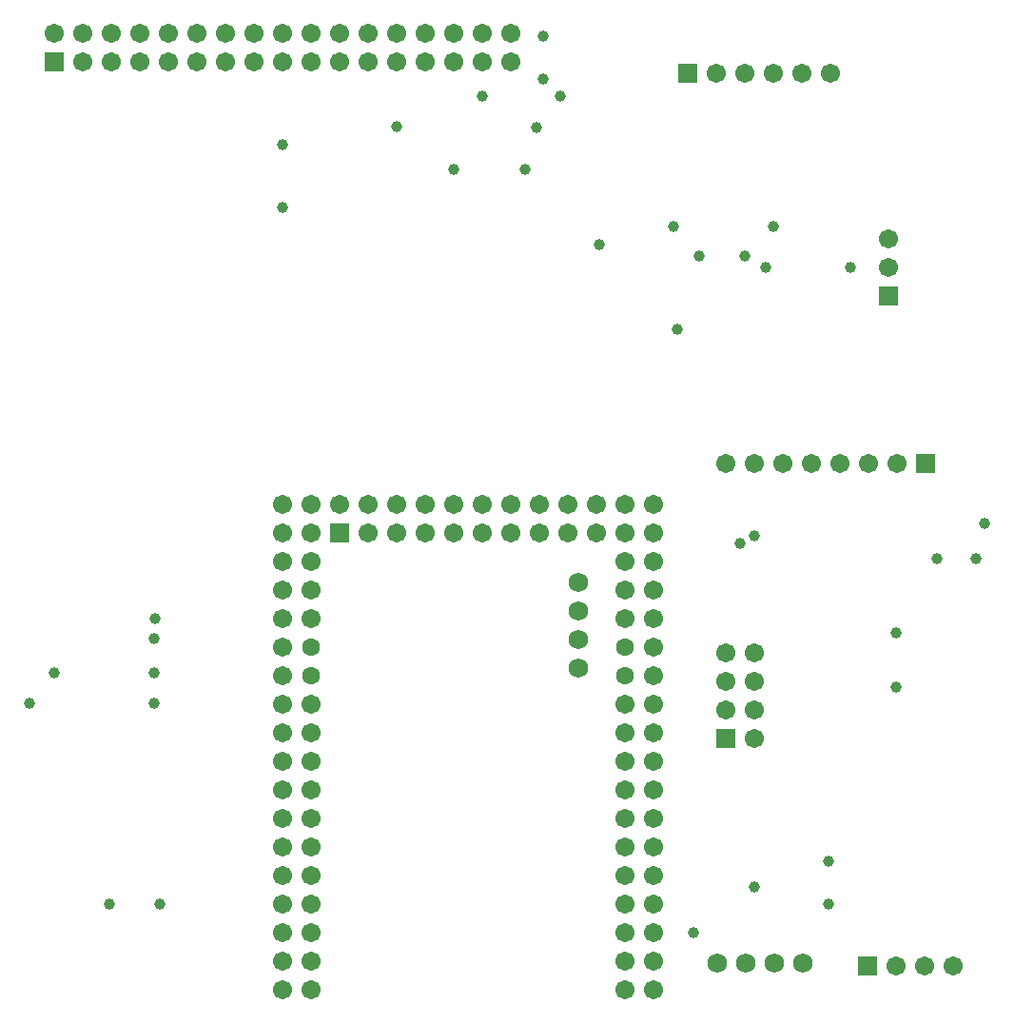
<source format=gts>
G04 Layer_Color=8388736*
%FSLAX25Y25*%
%MOIN*%
G70*
G01*
G75*
%ADD19C,0.06706*%
%ADD20R,0.06706X0.06706*%
%ADD21R,0.06706X0.06706*%
%ADD22C,0.06800*%
%ADD23C,0.06312*%
%ADD24C,0.03950*%
D19*
X-35000Y269000D02*
D03*
Y259000D02*
D03*
X-32500Y14500D02*
D03*
X-22500D02*
D03*
X-12500D02*
D03*
X-227500Y176000D02*
D03*
X-217500Y166000D02*
D03*
Y176000D02*
D03*
X-207500Y166000D02*
D03*
Y176000D02*
D03*
X-197500Y166000D02*
D03*
Y176000D02*
D03*
X-187500Y166000D02*
D03*
Y176000D02*
D03*
X-177500Y166000D02*
D03*
Y176000D02*
D03*
X-167500Y166000D02*
D03*
Y176000D02*
D03*
X-157500Y166000D02*
D03*
Y176000D02*
D03*
X-147500Y166000D02*
D03*
Y176000D02*
D03*
X-137500Y166000D02*
D03*
Y176000D02*
D03*
X-237500Y6000D02*
D03*
X-247500D02*
D03*
X-237500Y16000D02*
D03*
X-247500D02*
D03*
X-237500Y26000D02*
D03*
X-247500D02*
D03*
X-237500Y36000D02*
D03*
X-247500D02*
D03*
X-237500Y46000D02*
D03*
X-247500D02*
D03*
X-237500Y56000D02*
D03*
X-247500D02*
D03*
X-237500Y66000D02*
D03*
X-247500D02*
D03*
X-237500Y76000D02*
D03*
X-247500D02*
D03*
X-237500Y86000D02*
D03*
X-247500D02*
D03*
X-237500Y96000D02*
D03*
X-247500D02*
D03*
X-237500Y106000D02*
D03*
X-247500D02*
D03*
Y116000D02*
D03*
Y126000D02*
D03*
X-237500Y136000D02*
D03*
X-247500D02*
D03*
X-237500Y146000D02*
D03*
X-247500D02*
D03*
X-237500Y156000D02*
D03*
X-247500D02*
D03*
X-237500Y166000D02*
D03*
X-247500D02*
D03*
X-237500Y176000D02*
D03*
X-247500D02*
D03*
X-127500Y6000D02*
D03*
X-117500D02*
D03*
X-127500Y16000D02*
D03*
X-117500D02*
D03*
X-127500Y26000D02*
D03*
X-117500D02*
D03*
X-127500Y36000D02*
D03*
X-117500D02*
D03*
X-127500Y46000D02*
D03*
X-117500D02*
D03*
X-127500Y56000D02*
D03*
X-117500D02*
D03*
X-127500Y66000D02*
D03*
X-117500D02*
D03*
X-127500Y76000D02*
D03*
X-117500D02*
D03*
X-127500Y86000D02*
D03*
X-117500D02*
D03*
X-127500Y96000D02*
D03*
X-117500D02*
D03*
X-127500Y106000D02*
D03*
X-117500D02*
D03*
Y116000D02*
D03*
Y126000D02*
D03*
X-127500Y136000D02*
D03*
X-117500D02*
D03*
X-127500Y146000D02*
D03*
X-117500D02*
D03*
X-127500Y156000D02*
D03*
X-117500D02*
D03*
X-127500Y166000D02*
D03*
X-117500D02*
D03*
X-127500Y176000D02*
D03*
X-117500D02*
D03*
X-167500Y341000D02*
D03*
Y331000D02*
D03*
X-177500Y341000D02*
D03*
Y331000D02*
D03*
X-187500Y341000D02*
D03*
Y331000D02*
D03*
X-197500Y341000D02*
D03*
Y331000D02*
D03*
X-207500Y341000D02*
D03*
Y331000D02*
D03*
X-217500Y341000D02*
D03*
Y331000D02*
D03*
X-227500Y341000D02*
D03*
Y331000D02*
D03*
X-237500Y341000D02*
D03*
Y331000D02*
D03*
X-247500Y341000D02*
D03*
Y331000D02*
D03*
X-257500Y341000D02*
D03*
Y331000D02*
D03*
X-267500Y341000D02*
D03*
Y331000D02*
D03*
X-277500Y341000D02*
D03*
Y331000D02*
D03*
X-287500Y341000D02*
D03*
Y331000D02*
D03*
X-297500Y341000D02*
D03*
Y331000D02*
D03*
X-307500Y341000D02*
D03*
Y331000D02*
D03*
X-317500Y341000D02*
D03*
Y331000D02*
D03*
X-327500Y341000D02*
D03*
X-55500Y327000D02*
D03*
X-65500D02*
D03*
X-75500D02*
D03*
X-85500D02*
D03*
X-95500D02*
D03*
X-82000Y94000D02*
D03*
X-92000Y104000D02*
D03*
X-82000D02*
D03*
X-92000Y114000D02*
D03*
X-82000D02*
D03*
X-92000Y124000D02*
D03*
X-82000D02*
D03*
X-92000Y190500D02*
D03*
X-82000D02*
D03*
X-72000D02*
D03*
X-62000D02*
D03*
X-52000D02*
D03*
X-42000D02*
D03*
X-32000D02*
D03*
D20*
X-35000Y249000D02*
D03*
X-92000Y94000D02*
D03*
D21*
X-42500Y14500D02*
D03*
X-227500Y166000D02*
D03*
X-327500Y331000D02*
D03*
X-105500Y327000D02*
D03*
X-22000Y190500D02*
D03*
D22*
X-65000Y15500D02*
D03*
X-75000D02*
D03*
X-85000D02*
D03*
X-95000D02*
D03*
X-143700Y148700D02*
D03*
Y138700D02*
D03*
Y128700D02*
D03*
Y118700D02*
D03*
D23*
X-237500Y116000D02*
D03*
Y126000D02*
D03*
X-127500Y116000D02*
D03*
Y126000D02*
D03*
D24*
X-1425Y169425D02*
D03*
X-56000Y36000D02*
D03*
Y51000D02*
D03*
X-18000Y157000D02*
D03*
X-4500D02*
D03*
X-87000Y162500D02*
D03*
X-336000Y106500D02*
D03*
X-292500D02*
D03*
X-327500Y117000D02*
D03*
X-292500D02*
D03*
X-308000Y36000D02*
D03*
X-290500D02*
D03*
X-292500Y129000D02*
D03*
X-292000Y136000D02*
D03*
X-247500Y280000D02*
D03*
Y302000D02*
D03*
X-158500Y308000D02*
D03*
X-187500Y293500D02*
D03*
X-162500D02*
D03*
X-207500Y308500D02*
D03*
X-109000Y237500D02*
D03*
X-136500Y267000D02*
D03*
X-156000Y325000D02*
D03*
Y340000D02*
D03*
X-150000Y319000D02*
D03*
X-177500D02*
D03*
X-78000Y259000D02*
D03*
X-48500D02*
D03*
X-82000Y165000D02*
D03*
X-110500Y273500D02*
D03*
X-75500D02*
D03*
X-101500Y263000D02*
D03*
X-85500D02*
D03*
X-32500Y112000D02*
D03*
Y131000D02*
D03*
X-103500Y26000D02*
D03*
X-82000Y42000D02*
D03*
M02*

</source>
